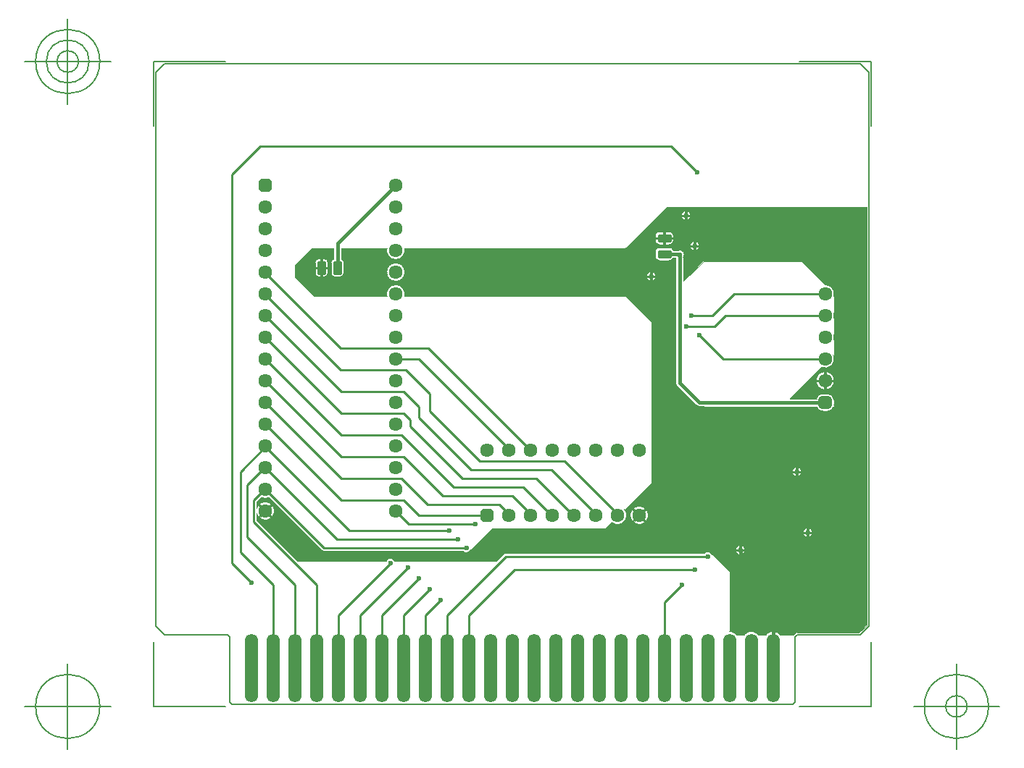
<source format=gbr>
G04 Generated by Ultiboard 14.0 *
%FSLAX34Y34*%
%MOMM*%

%ADD10C,0.0001*%
%ADD11C,0.0010*%
%ADD12C,0.2540*%
%ADD13C,0.3810*%
%ADD14C,0.1270*%
%ADD15C,1.6088*%
%ADD16R,0.5291X0.5291*%
%ADD17C,0.9949*%
%ADD18R,1.1857X0.5718*%
%ADD19C,0.4232*%
%ADD20C,0.6000*%
%ADD21R,0.5718X1.1857*%
%ADD22R,0.6774X0.6774*%
%ADD23C,0.8466*%
%ADD24O,1.5240X8.0000*%


G04 ColorRGB 800080 for the following layer *
%LNCopper Bottom*%
%LPD*%
G54D10*
G36*
X965562Y406400D02*
G75*
D01*
G03X972715Y401279I7153J2435*
G01*
X972715Y401279D01*
X978005Y401279D01*
G74*
D01*
G03X985158Y406400I0J7556*
G01*
X985158Y406400D01*
X1023603Y406400D01*
X1023603Y233680D01*
X878523Y233680D01*
G74*
D01*
G03X881755Y237765I2223J5080*
G01*
X881755Y237765D01*
X877422Y237765D01*
G75*
D01*
G03X877422Y239755I-1121J995*
G01*
X877422Y239755D01*
X881755Y239755D01*
G74*
D01*
G03X877295Y244215I5455J995*
G01*
X877295Y244215D01*
X877295Y239882D01*
G75*
D01*
G03X875305Y239882I-995J-1121*
G01*
X875305Y239882D01*
X875305Y244215D01*
G74*
D01*
G03X870845Y239755I995J5455*
G01*
X870845Y239755D01*
X875178Y239755D01*
G75*
D01*
G03X875178Y237765I1121J-995*
G01*
X875178Y237765D01*
X870845Y237765D01*
G74*
D01*
G03X874077Y233680I5455J995*
G01*
X874077Y233680D01*
X843129Y233680D01*
G75*
D01*
G03X834194Y234973I-4928J-2539*
G01*
X834194Y234973D01*
X833120Y234973D01*
X833120Y406400D01*
X965562Y406400D01*
D02*
G37*
%LPC*%
G36*
X956162Y260075D02*
X956162Y260075D01*
X960495Y260075D01*
G74*
D01*
G03X956035Y264535I5455J995*
G01*
X956035Y264535D01*
X956035Y260202D01*
G75*
D01*
G03X954045Y260202I-995J-1121*
G01*
X954045Y260202D01*
X954045Y264535D01*
G74*
D01*
G03X949585Y260075I995J5455*
G01*
X949585Y260075D01*
X953918Y260075D01*
G75*
D01*
G03X953918Y258085I1121J-995*
G01*
X953918Y258085D01*
X949585Y258085D01*
G74*
D01*
G03X954045Y253625I5455J995*
G01*
X954045Y253625D01*
X954045Y257958D01*
G75*
D01*
G03X956035Y257958I995J1121*
G01*
X956035Y257958D01*
X956035Y253625D01*
G74*
D01*
G03X960495Y258085I995J5455*
G01*
X960495Y258085D01*
X956162Y258085D01*
G75*
D01*
G03X956162Y260075I-1121J995*
G01*
D02*
G37*
G36*
X943462Y331195D02*
X943462Y331195D01*
X947795Y331195D01*
G74*
D01*
G03X943335Y335655I5455J995*
G01*
X943335Y335655D01*
X943335Y331322D01*
G75*
D01*
G03X941345Y331322I-995J-1121*
G01*
X941345Y331322D01*
X941345Y335655D01*
G74*
D01*
G03X936885Y331195I995J5455*
G01*
X936885Y331195D01*
X941218Y331195D01*
G75*
D01*
G03X941218Y329205I1121J-995*
G01*
X941218Y329205D01*
X936885Y329205D01*
G74*
D01*
G03X941345Y324745I5455J995*
G01*
X941345Y324745D01*
X941345Y329078D01*
G75*
D01*
G03X943335Y329078I995J1121*
G01*
X943335Y329078D01*
X943335Y324745D01*
G74*
D01*
G03X947795Y329205I995J5455*
G01*
X947795Y329205D01*
X943462Y329205D01*
G75*
D01*
G03X943462Y331195I-1121J995*
G01*
D02*
G37*
%LPD*%
G36*
X401082Y579285D02*
G74*
D01*
G03X398011Y574888I1612J4397*
G01*
X398011Y574888D01*
X398011Y563032D01*
G75*
D01*
G03X402695Y558348I4684J0*
G01*
X402695Y558348D01*
X408412Y558348D01*
G75*
D01*
G03X413095Y563032I-1J4684*
G01*
X413095Y563032D01*
X413095Y574888D01*
G74*
D01*
G03X410025Y579285I4683J1*
G01*
X410025Y579285D01*
X410025Y591878D01*
X463444Y591878D01*
G75*
D01*
G03X483976Y591878I10266J-2595*
G01*
X483976Y591878D01*
X772168Y591878D01*
X772168Y560300D01*
G75*
D01*
G03X771165Y559922I-7J-1500*
G01*
X771165Y559922D01*
X771165Y564255D01*
G74*
D01*
G03X766705Y559795I995J5455*
G01*
X766705Y559795D01*
X771038Y559795D01*
G75*
D01*
G03X771038Y557805I1121J-995*
G01*
X771038Y557805D01*
X766705Y557805D01*
G74*
D01*
G03X771165Y553345I5455J995*
G01*
X771165Y553345D01*
X771165Y557678D01*
G75*
D01*
G03X772168Y557300I995J1121*
G01*
X772168Y557300D01*
X772168Y535940D01*
X483990Y535940D01*
G75*
D01*
G03X463430Y535940I-10280J2539*
G01*
X463430Y535940D01*
X377716Y535940D01*
X355600Y558056D01*
X355600Y572244D01*
X375234Y591878D01*
X401082Y591878D01*
X401082Y579285D01*
D02*
G37*
%LPC*%
G36*
X463121Y563880D02*
G75*
D01*
G03X463121Y563880I10589J0*
G01*
D02*
G37*
G36*
X384068Y579572D02*
G75*
D01*
G03X379385Y574888I1J-4684*
G01*
X379385Y574888D01*
X379385Y569955D01*
X385932Y569955D01*
X385932Y579572D01*
X384068Y579572D01*
D02*
G37*
G36*
X394469Y574888D02*
G74*
D01*
G03X389785Y579572I4684J0*
G01*
X389785Y579572D01*
X387922Y579572D01*
X387922Y569955D01*
X394469Y569955D01*
X394469Y574888D01*
D02*
G37*
G36*
X389785Y558348D02*
G75*
D01*
G03X394469Y563032I0J4684*
G01*
X394469Y563032D01*
X394469Y567965D01*
X387922Y567965D01*
X387922Y558348D01*
X389785Y558348D01*
D02*
G37*
G36*
X384068Y558348D02*
X384068Y558348D01*
X385932Y558348D01*
X385932Y567965D01*
X379385Y567965D01*
X379385Y563032D01*
G75*
D01*
G03X384068Y558348I4683J-1*
G01*
D02*
G37*
%LPD*%
G36*
X878828Y233825D02*
G74*
D01*
G02X877295Y233305I2528J4934*
G01*
X877295Y233305D01*
X877295Y233825D01*
X875305Y233825D01*
X875305Y233305D01*
G74*
D01*
G02X873772Y233825I996J5455*
G01*
X873772Y233825D01*
X863600Y233825D01*
X863600Y143654D01*
G74*
D01*
G02X871671Y139700I0J10214*
G01*
X871671Y139700D01*
X880929Y139700D01*
G75*
D01*
G02X897071Y139700I8071J-6260*
G01*
X897071Y139700D01*
X906329Y139700D01*
G74*
D01*
G02X913405Y143606I8071J6259*
G01*
X913405Y143606D01*
X913405Y139700D01*
X915395Y139700D01*
X915395Y143606D01*
G74*
D01*
G02X922471Y139700I995J10165*
G01*
X922471Y139700D01*
X938723Y139700D01*
X940532Y141508D01*
G75*
D01*
G02X942346Y142257I1808J-1807*
G01*
X942346Y142257D01*
X1014941Y142257D01*
X1023603Y150919D01*
X1023603Y233825D01*
X878828Y233825D01*
D02*
G37*
G36*
X1023603Y576580D02*
X1023603Y576580D01*
X1023603Y640080D01*
X833120Y640080D01*
X833120Y576580D01*
X1023603Y576580D01*
D02*
G37*
G36*
X828040Y407008D02*
X828040Y407008D01*
X833120Y407008D01*
X833120Y238760D01*
X772160Y238760D01*
X772160Y436880D01*
X800708Y436880D01*
X800708Y434352D01*
G75*
D01*
G03X802018Y431178I4472J-12*
G01*
X802018Y431178D01*
X824878Y408318D01*
G74*
D01*
G03X827740Y407019I3161J3162*
G01*
G75*
D01*
G03X828040Y407008I314J4460*
G01*
D02*
G37*
G36*
X797725Y580575D02*
G74*
D01*
G02X793328Y577505I4396J1613*
G01*
X793328Y577505D01*
X781472Y577505D01*
G75*
D01*
G02X776788Y582188I-1J4683*
G01*
X776788Y582188D01*
X776788Y587905D01*
G75*
D01*
G02X781472Y592589I4684J0*
G01*
X781472Y592589D01*
X793328Y592589D01*
G74*
D01*
G02X797725Y589518I1J4684*
G01*
X797725Y589518D01*
X803610Y589518D01*
G75*
D01*
G02X809652Y580921I1573J-5316*
G01*
X809652Y580921D01*
X809652Y553266D01*
X833120Y576734D01*
X833120Y640080D01*
X790094Y640080D01*
X742469Y592455D01*
X741680Y592455D01*
X741680Y548640D01*
X800708Y548640D01*
X800708Y580575D01*
X797725Y580575D01*
D02*
G37*
%LPC*%
G36*
X773282Y559795D02*
G75*
D01*
G02X773282Y557805I-1121J-995*
G01*
X773282Y557805D01*
X777615Y557805D01*
G74*
D01*
G02X773155Y553345I5455J995*
G01*
X773155Y553345D01*
X773155Y557678D01*
G75*
D01*
G02X771165Y557678I-995J1121*
G01*
X771165Y557678D01*
X771165Y553345D01*
G74*
D01*
G02X766705Y557805I995J5455*
G01*
X766705Y557805D01*
X771038Y557805D01*
G75*
D01*
G02X771038Y559795I1121J995*
G01*
X771038Y559795D01*
X766705Y559795D01*
G74*
D01*
G02X771165Y564255I5455J995*
G01*
X771165Y564255D01*
X771165Y559922D01*
G75*
D01*
G02X773155Y559922I995J-1121*
G01*
X773155Y559922D01*
X773155Y564255D01*
G74*
D01*
G02X777615Y559795I995J5455*
G01*
X777615Y559795D01*
X773282Y559795D01*
D02*
G37*
G36*
X776788Y600815D02*
X776788Y600815D01*
X776788Y602678D01*
X786405Y602678D01*
X786405Y596131D01*
X781472Y596131D01*
G75*
D01*
G02X776788Y600815I0J4684*
G01*
D02*
G37*
G36*
X781472Y611215D02*
X781472Y611215D01*
X786405Y611215D01*
X786405Y604668D01*
X776788Y604668D01*
X776788Y606532D01*
G75*
D01*
G02X781472Y611215I4684J-1*
G01*
D02*
G37*
G36*
X798012Y606532D02*
X798012Y606532D01*
X798012Y604668D01*
X788395Y604668D01*
X788395Y611215D01*
X793328Y611215D01*
G74*
D01*
G02X798012Y606532I1J4683*
G01*
D02*
G37*
G36*
X798012Y600815D02*
G75*
D01*
G02X793328Y596131I-4684J0*
G01*
X793328Y596131D01*
X788395Y596131D01*
X788395Y602678D01*
X798012Y602678D01*
X798012Y600815D01*
D02*
G37*
G36*
X824082Y595355D02*
G75*
D01*
G02X824082Y593365I-1121J-995*
G01*
X824082Y593365D01*
X828415Y593365D01*
G74*
D01*
G02X823955Y588905I5455J995*
G01*
X823955Y588905D01*
X823955Y593238D01*
G75*
D01*
G02X821965Y593238I-995J1121*
G01*
X821965Y593238D01*
X821965Y588905D01*
G74*
D01*
G02X817505Y593365I995J5455*
G01*
X817505Y593365D01*
X821838Y593365D01*
G75*
D01*
G02X821838Y595355I1121J995*
G01*
X821838Y595355D01*
X817505Y595355D01*
G74*
D01*
G02X821965Y599815I5455J995*
G01*
X821965Y599815D01*
X821965Y595482D01*
G75*
D01*
G02X823955Y595482I995J-1121*
G01*
X823955Y595482D01*
X823955Y599815D01*
G74*
D01*
G02X828415Y595355I995J5455*
G01*
X828415Y595355D01*
X824082Y595355D01*
D02*
G37*
G36*
X813922Y630915D02*
G75*
D01*
G02X813922Y628925I-1121J-995*
G01*
X813922Y628925D01*
X818255Y628925D01*
G74*
D01*
G02X813795Y624465I5455J995*
G01*
X813795Y624465D01*
X813795Y628798D01*
G75*
D01*
G02X811805Y628798I-995J1121*
G01*
X811805Y628798D01*
X811805Y624465D01*
G74*
D01*
G02X807345Y628925I995J5455*
G01*
X807345Y628925D01*
X811678Y628925D01*
G75*
D01*
G02X811678Y630915I1121J995*
G01*
X811678Y630915D01*
X807345Y630915D01*
G74*
D01*
G02X811805Y635375I5455J995*
G01*
X811805Y635375D01*
X811805Y631042D01*
G75*
D01*
G02X813795Y631042I995J-1121*
G01*
X813795Y631042D01*
X813795Y635375D01*
G74*
D01*
G02X818255Y630915I995J5455*
G01*
X818255Y630915D01*
X813922Y630915D01*
D02*
G37*
%LPD*%
G36*
X985520Y408044D02*
X985520Y408044D01*
X985520Y406313D01*
X1023603Y406313D01*
X1023603Y576580D01*
X985520Y576580D01*
X985520Y541465D01*
G75*
D01*
G02X985520Y535495I-10160J-2985*
G01*
X985520Y535495D01*
X985520Y516065D01*
G75*
D01*
G02X985520Y510095I-10160J-2985*
G01*
X985520Y510095D01*
X985520Y490665D01*
G75*
D01*
G02X985520Y484695I-10160J-2985*
G01*
X985520Y484695D01*
X985520Y465265D01*
G75*
D01*
G02X985520Y459295I-10160J-2985*
G01*
X985520Y459295D01*
X985520Y439865D01*
G74*
D01*
G02X985902Y437875I10160J2982*
G01*
X985902Y437875D01*
X985520Y437875D01*
X985520Y435885D01*
X985902Y435885D01*
G74*
D01*
G02X985520Y433895I10541J992*
G01*
X985520Y433895D01*
X985520Y414916D01*
G74*
D01*
G02X985561Y414125I7515J786*
G01*
X985561Y414125D01*
X985561Y408835D01*
G75*
D01*
G02X985520Y408044I-7556J-5*
G01*
D02*
G37*
G36*
X311173Y287543D02*
X311173Y287543D01*
X311173Y295592D01*
X316191Y300610D01*
G75*
D01*
G03X325579Y300190I5118J9270*
G01*
X325579Y300190D01*
X387179Y238589D01*
G75*
D01*
G03X389896Y237467I2710J2711*
G01*
X389896Y237467D01*
X391160Y237467D01*
X391160Y226060D01*
X358481Y226060D01*
X311173Y273368D01*
X311173Y281417D01*
G74*
D01*
G03X313152Y277729I10136J3064*
G01*
X313152Y277729D01*
X317543Y282120D01*
G74*
D01*
G03X318950Y280713I3767J2360*
G01*
X318950Y280713D01*
X314559Y276322D01*
G75*
D01*
G03X328061Y276322I6751J8158*
G01*
X328061Y276322D01*
X323670Y280713D01*
G74*
D01*
G03X325077Y282120I2360J3767*
G01*
X325077Y282120D01*
X329468Y277729D01*
G75*
D01*
G03X329468Y291231I-8158J6751*
G01*
X329468Y291231D01*
X325077Y286840D01*
G74*
D01*
G03X323670Y288247I3767J2360*
G01*
X323670Y288247D01*
X328061Y292638D01*
G75*
D01*
G03X314559Y292638I-6751J-8158*
G01*
X314559Y292638D01*
X318950Y288247D01*
G74*
D01*
G03X317543Y286840I2360J3767*
G01*
X317543Y286840D01*
X313152Y291231D01*
G74*
D01*
G03X311173Y287543I8157J6752*
G01*
D02*
G37*
G36*
X601986Y234973D02*
X601986Y234973D01*
X833120Y234973D01*
X833120Y238760D01*
X561189Y238760D01*
G75*
D01*
G02X552254Y237467I-4928J2539*
G01*
X552254Y237467D01*
X391160Y237467D01*
X391160Y226060D01*
X462431Y226060D01*
G75*
D01*
G02X472289Y226060I4929J-2538*
G01*
X472289Y226060D01*
X591479Y226060D01*
X599269Y233851D01*
G75*
D01*
G02X601986Y234973I2710J-2711*
G01*
D02*
G37*
G36*
X561583Y239747D02*
G74*
D01*
G02X561340Y239077I5323J1551*
G01*
X561340Y239077D01*
X561340Y238760D01*
X772160Y238760D01*
X772160Y264160D01*
X585996Y264160D01*
X561583Y239747D01*
D02*
G37*
G36*
X800708Y436880D02*
X800708Y436880D01*
X800708Y548640D01*
X772160Y548640D01*
X772160Y436880D01*
X800708Y436880D01*
D02*
G37*
G36*
X970856Y452696D02*
G75*
D01*
G03X984944Y466784I4505J9583*
G01*
X984944Y466784D01*
X988060Y469900D01*
X988060Y414020D01*
X985561Y414020D01*
X985561Y414125D01*
G74*
D01*
G03X978005Y421681I7556J0*
G01*
X978005Y421681D01*
X972715Y421681D01*
G75*
D01*
G03X965383Y415952I0J-7556*
G01*
X965383Y415952D01*
X934112Y415952D01*
X970856Y452696D01*
D02*
G37*
%LPC*%
G36*
X979749Y437875D02*
X979749Y437875D01*
X985902Y437875D01*
G74*
D01*
G03X976355Y447422I10541J994*
G01*
X976355Y447422D01*
X976355Y441269D01*
G75*
D01*
G03X974365Y441269I-995J-4389*
G01*
X974365Y441269D01*
X974365Y447422D01*
G74*
D01*
G03X964818Y437875I994J10541*
G01*
X964818Y437875D01*
X970971Y437875D01*
G75*
D01*
G03X970971Y435885I4389J-995*
G01*
X970971Y435885D01*
X964818Y435885D01*
G74*
D01*
G03X974365Y426338I10541J994*
G01*
X974365Y426338D01*
X974365Y432491D01*
G75*
D01*
G03X976355Y432491I995J4389*
G01*
X976355Y432491D01*
X976355Y426338D01*
G74*
D01*
G03X985902Y435885I994J10541*
G01*
X985902Y435885D01*
X979749Y435885D01*
G75*
D01*
G03X979749Y437875I-4389J995*
G01*
D02*
G37*
%LPD*%
G36*
X740886Y286226D02*
G75*
D01*
G02X725964Y271304I-8091J-6831*
G01*
X725964Y271304D01*
X718820Y264160D01*
X772160Y264160D01*
X772160Y317500D01*
X740886Y286226D01*
D02*
G37*
%LPC*%
G36*
X755830Y283167D02*
X755830Y283167D01*
X751439Y287558D01*
G75*
D01*
G02X764941Y287558I6751J-8158*
G01*
X764941Y287558D01*
X760550Y283167D01*
G74*
D01*
G02X761957Y281760I2360J3767*
G01*
X761957Y281760D01*
X766348Y286151D01*
G75*
D01*
G02X766348Y272649I-8158J-6751*
G01*
X766348Y272649D01*
X761957Y277040D01*
G74*
D01*
G02X760550Y275633I3767J2360*
G01*
X760550Y275633D01*
X764941Y271242D01*
G75*
D01*
G02X751439Y271242I-6751J8158*
G01*
X751439Y271242D01*
X755830Y275633D01*
G74*
D01*
G02X754423Y277040I2360J3767*
G01*
X754423Y277040D01*
X750032Y272649D01*
G75*
D01*
G02X750032Y286151I8158J6751*
G01*
X750032Y286151D01*
X754423Y281760D01*
G74*
D01*
G02X755830Y283167I3767J2360*
G01*
D02*
G37*
%LPD*%
G36*
X985941Y538059D02*
G75*
D01*
G03X974939Y549061I-10581J421*
G01*
X974939Y549061D01*
X947420Y576580D01*
X988060Y576580D01*
X988060Y535940D01*
X985941Y538059D01*
D02*
G37*
G36*
X772160Y535940D02*
X772160Y535940D01*
X772160Y505460D01*
X741680Y535940D01*
X772160Y535940D01*
D02*
G37*
G36*
X863600Y233680D02*
X863600Y233680D01*
X863600Y213360D01*
X843280Y233680D01*
X863600Y233680D01*
D02*
G37*
G36*
X875305Y237638D02*
X875305Y237638D01*
X875305Y233680D01*
X877295Y233680D01*
X877295Y237638D01*
G75*
D01*
G02X875305Y237638I-995J1121*
G01*
D02*
G37*
G54D11*
X311173Y287543D02*
X311173Y295592D01*
X316191Y300610D01*
G75*
D01*
G03X325579Y300190I5118J9270*
G01*
X387179Y238589D01*
G75*
D01*
G03X389896Y237467I2710J2711*
G01*
X391160Y237467D01*
X391160Y226060D01*
X358481Y226060D01*
X311173Y273368D01*
X311173Y281417D01*
G74*
D01*
G03X313152Y277729I10136J3064*
G01*
X317543Y282120D01*
G74*
D01*
G03X318950Y280713I3767J2360*
G01*
X314559Y276322D01*
G75*
D01*
G03X328061Y276322I6751J8158*
G01*
X323670Y280713D01*
G74*
D01*
G03X325077Y282120I2360J3767*
G01*
X329468Y277729D01*
G75*
D01*
G03X329468Y291231I-8158J6751*
G01*
X325077Y286840D01*
G74*
D01*
G03X323670Y288247I3767J2360*
G01*
X328061Y292638D01*
G75*
D01*
G03X314559Y292638I-6751J-8158*
G01*
X318950Y288247D01*
G74*
D01*
G03X317543Y286840I2360J3767*
G01*
X313152Y291231D01*
G74*
D01*
G03X311173Y287543I8157J6752*
G01*
X878828Y233825D02*
G74*
D01*
G02X877295Y233305I2528J4934*
G01*
X877295Y233825D01*
X875305Y233825D01*
X875305Y233305D01*
G74*
D01*
G02X873772Y233825I996J5455*
G01*
X863600Y233825D01*
X863600Y143654D01*
G74*
D01*
G02X871671Y139700I0J10214*
G01*
X880929Y139700D01*
G75*
D01*
G02X897071Y139700I8071J-6260*
G01*
X906329Y139700D01*
G74*
D01*
G02X913405Y143606I8071J6259*
G01*
X913405Y139700D01*
X915395Y139700D01*
X915395Y143606D01*
G74*
D01*
G02X922471Y139700I995J10165*
G01*
X938723Y139700D01*
X940532Y141508D01*
G75*
D01*
G02X942346Y142257I1808J-1807*
G01*
X1014941Y142257D01*
X1023603Y150919D01*
X1023603Y233825D01*
X878828Y233825D01*
X601986Y234973D02*
X833120Y234973D01*
X833120Y238760D01*
X561189Y238760D01*
G75*
D01*
G02X552254Y237467I-4928J2539*
G01*
X391160Y237467D01*
X391160Y226060D01*
X462431Y226060D01*
G75*
D01*
G02X472289Y226060I4929J-2538*
G01*
X591479Y226060D01*
X599269Y233851D01*
G75*
D01*
G02X601986Y234973I2710J-2711*
G01*
X863600Y233680D02*
X863600Y213360D01*
X843280Y233680D01*
X863600Y233680D01*
X561583Y239747D02*
G74*
D01*
G02X561340Y239077I5323J1551*
G01*
X561340Y238760D01*
X772160Y238760D01*
X772160Y264160D01*
X585996Y264160D01*
X561583Y239747D01*
X755830Y283167D02*
X751439Y287558D01*
G75*
D01*
G02X764941Y287558I6751J-8158*
G01*
X760550Y283167D01*
G74*
D01*
G02X761957Y281760I2360J3767*
G01*
X766348Y286151D01*
G75*
D01*
G02X766348Y272649I-8158J-6751*
G01*
X761957Y277040D01*
G74*
D01*
G02X760550Y275633I3767J2360*
G01*
X764941Y271242D01*
G75*
D01*
G02X751439Y271242I-6751J8158*
G01*
X755830Y275633D01*
G74*
D01*
G02X754423Y277040I2360J3767*
G01*
X750032Y272649D01*
G75*
D01*
G02X750032Y286151I8158J6751*
G01*
X754423Y281760D01*
G74*
D01*
G02X755830Y283167I3767J2360*
G01*
X740886Y286226D02*
G75*
D01*
G02X725964Y271304I-8091J-6831*
G01*
X718820Y264160D01*
X772160Y264160D01*
X772160Y317500D01*
X740886Y286226D01*
X1023603Y576580D02*
X1023603Y640080D01*
X833120Y640080D01*
X833120Y576580D01*
X1023603Y576580D01*
X956162Y260075D02*
X960495Y260075D01*
G74*
D01*
G03X956035Y264535I5455J995*
G01*
X956035Y260202D01*
G75*
D01*
G03X954045Y260202I-995J-1121*
G01*
X954045Y264535D01*
G74*
D01*
G03X949585Y260075I995J5455*
G01*
X953918Y260075D01*
G75*
D01*
G03X953918Y258085I1121J-995*
G01*
X949585Y258085D01*
G74*
D01*
G03X954045Y253625I5455J995*
G01*
X954045Y257958D01*
G75*
D01*
G03X956035Y257958I995J1121*
G01*
X956035Y253625D01*
G74*
D01*
G03X960495Y258085I995J5455*
G01*
X956162Y258085D01*
G75*
D01*
G03X956162Y260075I-1121J995*
G01*
X943462Y331195D02*
X947795Y331195D01*
G74*
D01*
G03X943335Y335655I5455J995*
G01*
X943335Y331322D01*
G75*
D01*
G03X941345Y331322I-995J-1121*
G01*
X941345Y335655D01*
G74*
D01*
G03X936885Y331195I995J5455*
G01*
X941218Y331195D01*
G75*
D01*
G03X941218Y329205I1121J-995*
G01*
X936885Y329205D01*
G74*
D01*
G03X941345Y324745I5455J995*
G01*
X941345Y329078D01*
G75*
D01*
G03X943335Y329078I995J1121*
G01*
X943335Y324745D01*
G74*
D01*
G03X947795Y329205I995J5455*
G01*
X943462Y329205D01*
G75*
D01*
G03X943462Y331195I-1121J995*
G01*
X965562Y406400D02*
G75*
D01*
G03X972715Y401279I7153J2435*
G01*
X978005Y401279D01*
G74*
D01*
G03X985158Y406400I0J7556*
G01*
X1023603Y406400D01*
X1023603Y233680D01*
X878523Y233680D01*
G74*
D01*
G03X881755Y237765I2223J5080*
G01*
X877422Y237765D01*
G75*
D01*
G03X877422Y239755I-1121J995*
G01*
X881755Y239755D01*
G74*
D01*
G03X877295Y244215I5455J995*
G01*
X877295Y239882D01*
G75*
D01*
G03X875305Y239882I-995J-1121*
G01*
X875305Y244215D01*
G74*
D01*
G03X870845Y239755I995J5455*
G01*
X875178Y239755D01*
G75*
D01*
G03X875178Y237765I1121J-995*
G01*
X870845Y237765D01*
G74*
D01*
G03X874077Y233680I5455J995*
G01*
X843129Y233680D01*
G75*
D01*
G03X834194Y234973I-4928J-2539*
G01*
X833120Y234973D01*
X833120Y406400D01*
X965562Y406400D01*
X875305Y237638D02*
X875305Y233680D01*
X877295Y233680D01*
X877295Y237638D01*
G75*
D01*
G02X875305Y237638I-995J1121*
G01*
X985941Y538059D02*
G75*
D01*
G03X974939Y549061I-10581J421*
G01*
X947420Y576580D01*
X988060Y576580D01*
X988060Y535940D01*
X985941Y538059D01*
X979749Y437875D02*
X985902Y437875D01*
G74*
D01*
G03X976355Y447422I10541J994*
G01*
X976355Y441269D01*
G75*
D01*
G03X974365Y441269I-995J-4389*
G01*
X974365Y447422D01*
G74*
D01*
G03X964818Y437875I994J10541*
G01*
X970971Y437875D01*
G75*
D01*
G03X970971Y435885I4389J-995*
G01*
X964818Y435885D01*
G74*
D01*
G03X974365Y426338I10541J994*
G01*
X974365Y432491D01*
G75*
D01*
G03X976355Y432491I995J4389*
G01*
X976355Y426338D01*
G74*
D01*
G03X985902Y435885I994J10541*
G01*
X979749Y435885D01*
G75*
D01*
G03X979749Y437875I-4389J995*
G01*
X970856Y452696D02*
G75*
D01*
G03X984944Y466784I4505J9583*
G01*
X988060Y469900D01*
X988060Y414020D01*
X985561Y414020D01*
X985561Y414125D01*
G74*
D01*
G03X978005Y421681I7556J0*
G01*
X972715Y421681D01*
G75*
D01*
G03X965383Y415952I0J-7556*
G01*
X934112Y415952D01*
X970856Y452696D01*
X985520Y408044D02*
X985520Y406313D01*
X1023603Y406313D01*
X1023603Y576580D01*
X985520Y576580D01*
X985520Y541465D01*
G75*
D01*
G02X985520Y535495I-10160J-2985*
G01*
X985520Y516065D01*
G75*
D01*
G02X985520Y510095I-10160J-2985*
G01*
X985520Y490665D01*
G75*
D01*
G02X985520Y484695I-10160J-2985*
G01*
X985520Y465265D01*
G75*
D01*
G02X985520Y459295I-10160J-2985*
G01*
X985520Y439865D01*
G74*
D01*
G02X985902Y437875I10160J2982*
G01*
X985520Y437875D01*
X985520Y435885D01*
X985902Y435885D01*
G74*
D01*
G02X985520Y433895I10541J992*
G01*
X985520Y414916D01*
G74*
D01*
G02X985561Y414125I7515J786*
G01*
X985561Y408835D01*
G75*
D01*
G02X985520Y408044I-7556J-5*
G01*
X828040Y407008D02*
X833120Y407008D01*
X833120Y238760D01*
X772160Y238760D01*
X772160Y436880D01*
X800708Y436880D01*
X800708Y434352D01*
G75*
D01*
G03X802018Y431178I4472J-12*
G01*
X824878Y408318D01*
G74*
D01*
G03X827740Y407019I3161J3162*
G01*
G75*
D01*
G03X828040Y407008I314J4460*
G01*
X772160Y535940D02*
X772160Y505460D01*
X741680Y535940D01*
X772160Y535940D01*
X773282Y559795D02*
G75*
D01*
G02X773282Y557805I-1121J-995*
G01*
X777615Y557805D01*
G74*
D01*
G02X773155Y553345I5455J995*
G01*
X773155Y557678D01*
G75*
D01*
G02X771165Y557678I-995J1121*
G01*
X771165Y553345D01*
G74*
D01*
G02X766705Y557805I995J5455*
G01*
X771038Y557805D01*
G75*
D01*
G02X771038Y559795I1121J995*
G01*
X766705Y559795D01*
G74*
D01*
G02X771165Y564255I5455J995*
G01*
X771165Y559922D01*
G75*
D01*
G02X773155Y559922I995J-1121*
G01*
X773155Y564255D01*
G74*
D01*
G02X777615Y559795I995J5455*
G01*
X773282Y559795D01*
X776788Y600815D02*
X776788Y602678D01*
X786405Y602678D01*
X786405Y596131D01*
X781472Y596131D01*
G75*
D01*
G02X776788Y600815I0J4684*
G01*
X781472Y611215D02*
X786405Y611215D01*
X786405Y604668D01*
X776788Y604668D01*
X776788Y606532D01*
G75*
D01*
G02X781472Y611215I4684J-1*
G01*
X798012Y606532D02*
X798012Y604668D01*
X788395Y604668D01*
X788395Y611215D01*
X793328Y611215D01*
G74*
D01*
G02X798012Y606532I1J4683*
G01*
X798012Y600815D02*
G75*
D01*
G02X793328Y596131I-4684J0*
G01*
X788395Y596131D01*
X788395Y602678D01*
X798012Y602678D01*
X798012Y600815D01*
X824082Y595355D02*
G75*
D01*
G02X824082Y593365I-1121J-995*
G01*
X828415Y593365D01*
G74*
D01*
G02X823955Y588905I5455J995*
G01*
X823955Y593238D01*
G75*
D01*
G02X821965Y593238I-995J1121*
G01*
X821965Y588905D01*
G74*
D01*
G02X817505Y593365I995J5455*
G01*
X821838Y593365D01*
G75*
D01*
G02X821838Y595355I1121J995*
G01*
X817505Y595355D01*
G74*
D01*
G02X821965Y599815I5455J995*
G01*
X821965Y595482D01*
G75*
D01*
G02X823955Y595482I995J-1121*
G01*
X823955Y599815D01*
G74*
D01*
G02X828415Y595355I995J5455*
G01*
X824082Y595355D01*
X813922Y630915D02*
G75*
D01*
G02X813922Y628925I-1121J-995*
G01*
X818255Y628925D01*
G74*
D01*
G02X813795Y624465I5455J995*
G01*
X813795Y628798D01*
G75*
D01*
G02X811805Y628798I-995J1121*
G01*
X811805Y624465D01*
G74*
D01*
G02X807345Y628925I995J5455*
G01*
X811678Y628925D01*
G75*
D01*
G02X811678Y630915I1121J995*
G01*
X807345Y630915D01*
G74*
D01*
G02X811805Y635375I5455J995*
G01*
X811805Y631042D01*
G75*
D01*
G02X813795Y631042I995J-1121*
G01*
X813795Y635375D01*
G74*
D01*
G02X818255Y630915I995J5455*
G01*
X813922Y630915D01*
X797725Y580575D02*
G74*
D01*
G02X793328Y577505I4396J1613*
G01*
X781472Y577505D01*
G75*
D01*
G02X776788Y582188I-1J4683*
G01*
X776788Y587905D01*
G75*
D01*
G02X781472Y592589I4684J0*
G01*
X793328Y592589D01*
G74*
D01*
G02X797725Y589518I1J4684*
G01*
X803610Y589518D01*
G75*
D01*
G02X809652Y580921I1573J-5316*
G01*
X809652Y553266D01*
X833120Y576734D01*
X833120Y640080D01*
X790094Y640080D01*
X742469Y592455D01*
X741680Y592455D01*
X741680Y548640D01*
X800708Y548640D01*
X800708Y580575D01*
X797725Y580575D01*
X463121Y563880D02*
G75*
D01*
G03X463121Y563880I10589J0*
G01*
X384068Y579572D02*
G75*
D01*
G03X379385Y574888I1J-4684*
G01*
X379385Y569955D01*
X385932Y569955D01*
X385932Y579572D01*
X384068Y579572D01*
X394469Y574888D02*
G74*
D01*
G03X389785Y579572I4684J0*
G01*
X387922Y579572D01*
X387922Y569955D01*
X394469Y569955D01*
X394469Y574888D01*
X389785Y558348D02*
G75*
D01*
G03X394469Y563032I0J4684*
G01*
X394469Y567965D01*
X387922Y567965D01*
X387922Y558348D01*
X389785Y558348D01*
X384068Y558348D02*
X385932Y558348D01*
X385932Y567965D01*
X379385Y567965D01*
X379385Y563032D01*
G75*
D01*
G03X384068Y558348I4683J-1*
G01*
X401082Y579285D02*
G74*
D01*
G03X398011Y574888I1612J4397*
G01*
X398011Y563032D01*
G75*
D01*
G03X402695Y558348I4684J0*
G01*
X408412Y558348D01*
G75*
D01*
G03X413095Y563032I-1J4684*
G01*
X413095Y574888D01*
G74*
D01*
G03X410025Y579285I4683J1*
G01*
X410025Y591878D01*
X463444Y591878D01*
G75*
D01*
G03X483976Y591878I10266J-2595*
G01*
X772168Y591878D01*
X772168Y560300D01*
G75*
D01*
G03X771165Y559922I-7J-1500*
G01*
X771165Y564255D01*
G74*
D01*
G03X766705Y559795I995J5455*
G01*
X771038Y559795D01*
G75*
D01*
G03X771038Y557805I1121J-995*
G01*
X766705Y557805D01*
G74*
D01*
G03X771165Y553345I5455J995*
G01*
X771165Y557678D01*
G75*
D01*
G03X772168Y557300I995J1121*
G01*
X772168Y535940D01*
X483990Y535940D01*
G75*
D01*
G03X463430Y535940I-10280J2539*
G01*
X377716Y535940D01*
X355600Y558056D01*
X355600Y572244D01*
X375234Y591878D01*
X401082Y591878D01*
X401082Y579285D01*
X800708Y436880D02*
X800708Y548640D01*
X772160Y548640D01*
X772160Y436880D01*
X800708Y436880D01*
G54D12*
X321310Y335280D02*
X320040Y335280D01*
X321310Y309880D02*
X320040Y309880D01*
X580390Y279400D02*
X500380Y279400D01*
X482600Y297180D01*
X410210Y297180D01*
X321310Y386080D01*
X605790Y279400D02*
X605790Y280670D01*
X594360Y292100D01*
X510540Y292100D01*
X480060Y322580D01*
X410210Y322580D01*
X321310Y411480D01*
X631190Y279400D02*
X631190Y280670D01*
X482600Y347980D02*
X410210Y347980D01*
X321310Y436880D01*
X656590Y279400D02*
X655320Y279400D01*
X480060Y373380D02*
X410210Y373380D01*
X321310Y462280D01*
X681990Y279400D02*
X680720Y279400D01*
X490220Y391160D02*
X482600Y398780D01*
X410210Y398780D01*
X321310Y487680D01*
X707390Y279400D02*
X707390Y280670D01*
X482600Y424180D02*
X410210Y424180D01*
X321310Y513080D01*
X732790Y279400D02*
X732790Y280670D01*
X485140Y449580D02*
X408940Y449580D01*
X321310Y537210D01*
X321310Y538480D01*
X408940Y474980D02*
X321310Y562610D01*
X321310Y563880D01*
X381000Y198120D02*
X381000Y101060D01*
X355600Y198120D02*
X355600Y101060D01*
X307340Y297180D02*
X307340Y271780D01*
X320040Y309880D02*
X307340Y297180D01*
X307340Y271780D02*
X381000Y198120D01*
X299720Y314960D02*
X299720Y254000D01*
X320040Y335280D02*
X299720Y314960D01*
X299720Y254000D02*
X355600Y198120D01*
X321310Y359410D02*
X292100Y330200D01*
X292100Y236220D02*
X330200Y198120D01*
X330200Y101060D01*
X292100Y330200D02*
X292100Y236220D01*
X408940Y474980D02*
X511810Y474980D01*
X631190Y355600D01*
X605790Y355600D02*
X605790Y356870D01*
X500380Y462280D01*
X473710Y462280D01*
X732790Y280670D02*
X670560Y342900D01*
X707390Y280670D02*
X655320Y332740D01*
X609600Y302260D02*
X528320Y302260D01*
X482600Y347980D01*
X631190Y280670D02*
X609600Y302260D01*
X622300Y312420D02*
X541020Y312420D01*
X655320Y279400D02*
X622300Y312420D01*
X541020Y312420D02*
X480060Y373380D01*
X680720Y279400D02*
X637540Y322580D01*
X670560Y342900D02*
X571500Y342900D01*
X655320Y332740D02*
X561340Y332740D01*
X551180Y322580D02*
X490220Y383540D01*
X490220Y391160D01*
X637540Y322580D02*
X551180Y322580D01*
X321310Y309880D02*
X389890Y241300D01*
X321310Y335280D02*
X405130Y251460D01*
X321310Y359410D02*
X419100Y261620D01*
X405130Y251460D02*
X546100Y251460D01*
X525780Y180340D02*
X508000Y162560D01*
X508000Y101060D01*
X513080Y193040D02*
X482600Y162560D01*
X482600Y101060D01*
X500380Y205740D02*
X457200Y162560D01*
X457200Y101060D01*
X487680Y218440D02*
X431800Y162560D01*
X431800Y101060D01*
X406400Y162560D02*
X406400Y101060D01*
X389890Y241300D02*
X556260Y241300D01*
X419100Y261620D02*
X535940Y261620D01*
X807720Y198120D02*
X787400Y177800D01*
X787400Y101060D01*
X975360Y462280D02*
X855980Y462280D01*
X828040Y490220D01*
X975360Y513080D02*
X858520Y513080D01*
X975360Y538480D02*
X868680Y538480D01*
X843280Y513080D01*
X820420Y513080D01*
X812800Y500380D02*
X845820Y500380D01*
X858520Y513080D01*
X500380Y393700D02*
X500380Y406400D01*
X561340Y332740D02*
X500380Y393700D01*
X500380Y406400D02*
X482600Y424180D01*
X513080Y401320D02*
X513080Y421640D01*
X485140Y449580D01*
X571500Y342900D02*
X513080Y401320D01*
X566420Y269240D02*
X488950Y269240D01*
X473710Y284480D01*
X467360Y223520D02*
X406400Y162560D01*
X533400Y162560D02*
X601980Y231140D01*
X838200Y231140D01*
X533400Y101060D02*
X533400Y162560D01*
X558800Y162560D02*
X612140Y215900D01*
X822960Y215900D02*
X612140Y215900D01*
X558800Y101060D02*
X558800Y162560D01*
X825500Y680720D02*
X795020Y711200D01*
X314960Y711200D01*
X281940Y678180D01*
X281940Y223520D01*
X304800Y200660D01*
G54D13*
X914400Y101060D02*
X914400Y154940D01*
X876300Y193040D01*
X876300Y238760D01*
X405553Y568960D02*
X405553Y597323D01*
X473710Y665480D01*
X788247Y584200D02*
X787400Y585047D01*
X975360Y411480D02*
X828040Y411480D01*
X805180Y434340D01*
X787400Y585047D02*
X804333Y585047D01*
X805180Y584200D01*
X805180Y434340D02*
X805180Y584200D01*
G54D14*
X190500Y55880D02*
X190500Y131318D01*
X190500Y55880D02*
X274320Y55880D01*
X1028700Y55880D02*
X944880Y55880D01*
X1028700Y55880D02*
X1028700Y131318D01*
X1028700Y810260D02*
X1028700Y734822D01*
X1028700Y810260D02*
X944880Y810260D01*
X190500Y810260D02*
X274320Y810260D01*
X190500Y810260D02*
X190500Y734822D01*
X140500Y55880D02*
X40500Y55880D01*
X90500Y5880D02*
X90500Y105880D01*
X53000Y55880D02*
G75*
D01*
G02X53000Y55880I37500J0*
G01*
X1078700Y55880D02*
X1178700Y55880D01*
X1128700Y5880D02*
X1128700Y105880D01*
X1091200Y55880D02*
G75*
D01*
G02X1091200Y55880I37500J0*
G01*
X1116200Y55880D02*
G75*
D01*
G02X1116200Y55880I12500J0*
G01*
X140500Y810260D02*
X40500Y810260D01*
X90500Y760260D02*
X90500Y860260D01*
X53000Y810260D02*
G75*
D01*
G02X53000Y810260I37500J0*
G01*
X65500Y810260D02*
G75*
D01*
G02X65500Y810260I25000J0*
G01*
X78000Y810260D02*
G75*
D01*
G02X78000Y810260I12500J0*
G01*
X281940Y58420D02*
X937260Y58420D01*
X279400Y137160D02*
X279400Y60960D01*
X939800Y60960D02*
X939800Y137160D01*
X276860Y139700D02*
X279400Y137160D01*
X279400Y60960D02*
X281940Y58420D01*
X937260Y58420D02*
X939800Y60960D01*
X939800Y137160D02*
X942340Y139700D01*
X1016000Y139700D02*
X1026160Y149860D01*
X942340Y139700D02*
X1016000Y139700D01*
X1026160Y797560D02*
X1016000Y807720D01*
X1026160Y149860D02*
X1026160Y797560D01*
X193040Y797560D02*
X193040Y149860D01*
X203200Y139700D01*
X203200Y807720D02*
X193040Y797560D01*
X203200Y139700D02*
X276860Y139700D01*
X1016000Y807720D02*
X203200Y807720D01*
X190500Y55880D02*
X190500Y131318D01*
X190500Y55880D02*
X274320Y55880D01*
X1028700Y55880D02*
X944880Y55880D01*
X1028700Y55880D02*
X1028700Y131318D01*
X1028700Y810260D02*
X1028700Y734822D01*
X1028700Y810260D02*
X944880Y810260D01*
X190500Y810260D02*
X274320Y810260D01*
X190500Y810260D02*
X190500Y734822D01*
X140500Y55880D02*
X40500Y55880D01*
X90500Y5880D02*
X90500Y105880D01*
X53000Y55880D02*
G75*
D01*
G02X53000Y55880I37500J0*
G01*
X1078700Y55880D02*
X1178700Y55880D01*
X1128700Y5880D02*
X1128700Y105880D01*
X1091200Y55880D02*
G75*
D01*
G02X1091200Y55880I37500J0*
G01*
X1116200Y55880D02*
G75*
D01*
G02X1116200Y55880I12500J0*
G01*
X140500Y810260D02*
X40500Y810260D01*
X90500Y760260D02*
X90500Y860260D01*
X53000Y810260D02*
G75*
D01*
G02X53000Y810260I37500J0*
G01*
X65500Y810260D02*
G75*
D01*
G02X65500Y810260I25000J0*
G01*
X78000Y810260D02*
G75*
D01*
G02X78000Y810260I12500J0*
G01*
G54D15*
X975360Y487680D03*
X975360Y436880D03*
X975360Y538480D03*
X975360Y462280D03*
X975360Y513080D03*
X321310Y360680D03*
X473710Y360680D03*
X473710Y665480D03*
X473710Y513080D03*
X473710Y589280D03*
X473710Y640080D03*
X473710Y614680D03*
X473710Y563880D03*
X473710Y538480D03*
X473710Y436880D03*
X473710Y462280D03*
X473710Y487680D03*
X473710Y386080D03*
X473710Y411480D03*
X473710Y309880D03*
X473710Y335280D03*
X473710Y284480D03*
X321310Y513080D03*
X321310Y589280D03*
X321310Y614680D03*
X321310Y640080D03*
X321310Y538480D03*
X321310Y563880D03*
X321310Y436880D03*
X321310Y462280D03*
X321310Y487680D03*
X321310Y386080D03*
X321310Y411480D03*
X321310Y284480D03*
X321310Y309880D03*
X321310Y335280D03*
X580390Y355600D03*
X758190Y355600D03*
X631190Y355600D03*
X605790Y355600D03*
X656590Y355600D03*
X707390Y355600D03*
X681990Y355600D03*
X732790Y355600D03*
X605790Y279400D03*
X758190Y279400D03*
X681990Y279400D03*
X631190Y279400D03*
X656590Y279400D03*
X732790Y279400D03*
X707390Y279400D03*
G54D16*
X975360Y411480D03*
G54D17*
X972715Y408835D02*
X978005Y408835D01*
X978005Y414125D01*
X972715Y414125D01*
X972715Y408835D01*D02*
G54D18*
X787400Y585047D03*
X787400Y603673D03*
G54D19*
X781472Y582188D02*
X793328Y582188D01*
X793328Y587906D01*
X781472Y587906D01*
X781472Y582188D01*D02*
X781472Y600814D02*
X793328Y600814D01*
X793328Y606532D01*
X781472Y606532D01*
X781472Y600814D01*D02*
X402694Y563032D02*
X408412Y563032D01*
X408412Y574888D01*
X402694Y574888D01*
X402694Y563032D01*D02*
X384068Y563032D02*
X389786Y563032D01*
X389786Y574888D01*
X384068Y574888D01*
X384068Y563032D01*D02*
G54D20*
X487680Y218440D03*
X500380Y205740D03*
X513080Y193040D03*
X525780Y180340D03*
X556260Y241300D03*
X546100Y251460D03*
X535940Y261620D03*
X822960Y215900D03*
X807720Y198120D03*
X838200Y231140D03*
X828040Y490220D03*
X819420Y513080D03*
X812800Y500380D03*
X566420Y269240D03*
X467360Y223520D03*
X825500Y680720D03*
X304800Y200660D03*
X876300Y238760D03*
X955040Y259080D03*
X942340Y330200D03*
X772160Y558800D03*
X822960Y594360D03*
X812800Y629920D03*
X805180Y584200D03*
G54D21*
X405553Y568960D03*
X386927Y568960D03*
G54D22*
X321310Y665480D03*
X580390Y279400D03*
G54D23*
X317923Y662093D02*
X324697Y662093D01*
X324697Y668867D01*
X317923Y668867D01*
X317923Y662093D01*D02*
X577003Y276013D02*
X583777Y276013D01*
X583777Y282787D01*
X577003Y282787D01*
X577003Y276013D01*D02*
G54D24*
X304800Y101060D03*
X330200Y101060D03*
X355600Y101060D03*
X381000Y101060D03*
X406400Y101060D03*
X431800Y101060D03*
X457200Y101060D03*
X482600Y101060D03*
X508000Y101060D03*
X533400Y101060D03*
X558800Y101060D03*
X584200Y101060D03*
X609600Y101060D03*
X635000Y101060D03*
X660400Y101060D03*
X685800Y101060D03*
X711200Y101060D03*
X736600Y101060D03*
X762000Y101060D03*
X787400Y101060D03*
X812800Y101060D03*
X838200Y101060D03*
X863600Y101060D03*
X889000Y101060D03*
X914400Y101060D03*

M02*

</source>
